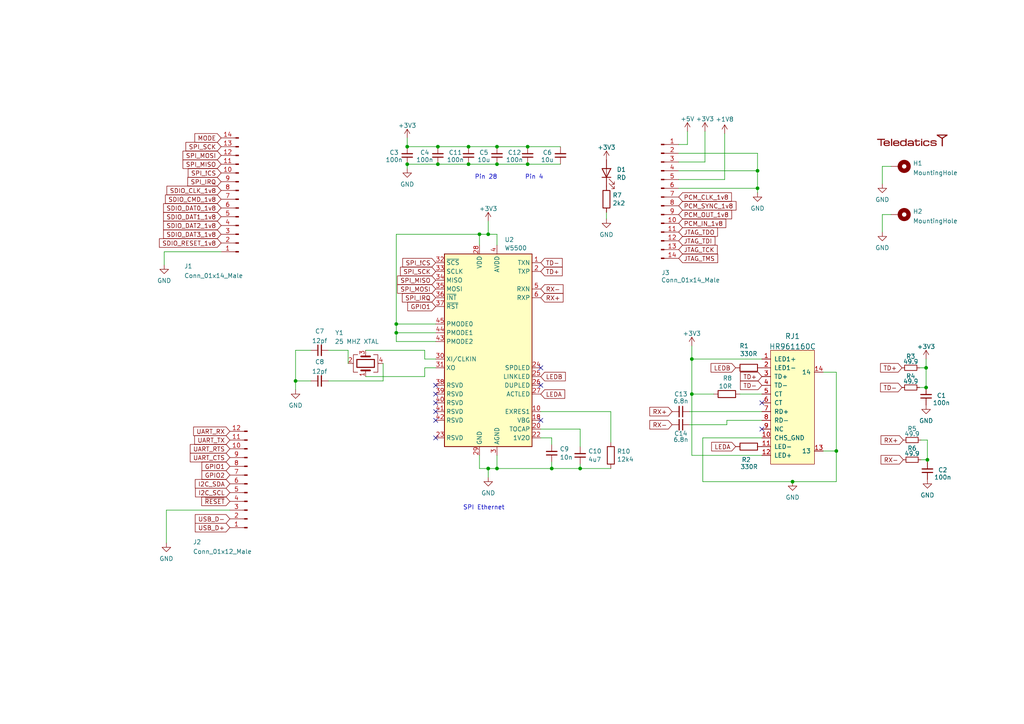
<source format=kicad_sch>
(kicad_sch (version 20231120) (generator "eeschema") (generator_version "8.0")
  (paper "A4")
  (title_block (title "TD-WRLS Ethernet hAT") (date "2024-09-02") (rev "1.0") (company "Teledatics Inc") (comment 1 "James Ewing"))
  (lib_symbols
    (symbol "Conn_01x14_Male_1" (pin_names (offset 1.016) hide)
      (property "Reference" "J" (at 0 17.78 0))
      (property "Value" "Conn_01x14_Male_1" (at 0 -20.32 0))
      (symbol "Conn_01x14_Male_1_1_1"
        (pin passive line (at 5.08 15.24 180) (length 3.81) (name "Pin_1") (number "1"))
        (pin passive line (at 5.08 -7.62 180) (length 3.81) (name "Pin_10") (number "10"))
        (pin passive line (at 5.08 -10.16 180) (length 3.81) (name "Pin_11") (number "11"))
        (pin passive line (at 5.08 -12.7 180) (length 3.81) (name "Pin_12") (number "12"))
        (pin passive line (at 5.08 -15.24 180) (length 3.81) (name "Pin_13") (number "13"))
        (pin passive line (at 5.08 -17.78 180) (length 3.81) (name "Pin_14") (number "14"))
        (pin passive line (at 5.08 12.7 180) (length 3.81) (name "Pin_2") (number "2"))
        (pin passive line (at 5.08 10.16 180) (length 3.81) (name "Pin_3") (number "3"))
        (pin passive line (at 5.08 7.62 180) (length 3.81) (name "Pin_4") (number "4"))
        (pin passive line (at 5.08 5.08 180) (length 3.81) (name "Pin_5") (number "5"))
        (pin passive line (at 5.08 2.54 180) (length 3.81) (name "Pin_6") (number "6"))
        (pin passive line (at 5.08 0 180) (length 3.81) (name "Pin_7") (number "7"))
        (pin passive line (at 5.08 -2.54 180) (length 3.81) (name "Pin_8") (number "8"))
        (pin passive line (at 5.08 -5.08 180) (length 3.81) (name "Pin_9") (number "9"))
      )
    )
    (symbol "Connector:Conn_01x12_Male" (pin_names (offset 1.016) hide)
      (property "Reference" "J" (at 0 15.24 0))
      (property "Value" "Conn_01x12_Male" (at 0 -17.78 0))
      (symbol "Conn_01x12_Male_1_1"
        (pin passive line (at 5.08 12.7 180) (length 3.81) (name "Pin_1") (number "1"))
        (pin passive line (at 5.08 -10.16 180) (length 3.81) (name "Pin_10") (number "10"))
        (pin passive line (at 5.08 -12.7 180) (length 3.81) (name "Pin_11") (number "11"))
        (pin passive line (at 5.08 -15.24 180) (length 3.81) (name "Pin_12") (number "12"))
        (pin passive line (at 5.08 10.16 180) (length 3.81) (name "Pin_2") (number "2"))
        (pin passive line (at 5.08 7.62 180) (length 3.81) (name "Pin_3") (number "3"))
        (pin passive line (at 5.08 5.08 180) (length 3.81) (name "Pin_4") (number "4"))
        (pin passive line (at 5.08 2.54 180) (length 3.81) (name "Pin_5") (number "5"))
        (pin passive line (at 5.08 0 180) (length 3.81) (name "Pin_6") (number "6"))
        (pin passive line (at 5.08 -2.54 180) (length 3.81) (name "Pin_7") (number "7"))
        (pin passive line (at 5.08 -5.08 180) (length 3.81) (name "Pin_8") (number "8"))
        (pin passive line (at 5.08 -7.62 180) (length 3.81) (name "Pin_9") (number "9"))
      )
    )
    (symbol "Connector:Conn_01x14_Male" (pin_names (offset 1.016) hide)
      (property "Reference" "J" (at 0 17.78 0))
      (property "Value" "Conn_01x14_Male" (at 0 -20.32 0))
      (symbol "Conn_01x14_Male_1_1"
        (pin passive line (at 5.08 15.24 180) (length 3.81) (name "Pin_1") (number "1"))
        (pin passive line (at 5.08 -7.62 180) (length 3.81) (name "Pin_10") (number "10"))
        (pin passive line (at 5.08 -10.16 180) (length 3.81) (name "Pin_11") (number "11"))
        (pin passive line (at 5.08 -12.7 180) (length 3.81) (name "Pin_12") (number "12"))
        (pin passive line (at 5.08 -15.24 180) (length 3.81) (name "Pin_13") (number "13"))
        (pin passive line (at 5.08 -17.78 180) (length 3.81) (name "Pin_14") (number "14"))
        (pin passive line (at 5.08 12.7 180) (length 3.81) (name "Pin_2") (number "2"))
        (pin passive line (at 5.08 10.16 180) (length 3.81) (name "Pin_3") (number "3"))
        (pin passive line (at 5.08 7.62 180) (length 3.81) (name "Pin_4") (number "4"))
        (pin passive line (at 5.08 5.08 180) (length 3.81) (name "Pin_5") (number "5"))
        (pin passive line (at 5.08 2.54 180) (length 3.81) (name "Pin_6") (number "6"))
        (pin passive line (at 5.08 0 180) (length 3.81) (name "Pin_7") (number "7"))
        (pin passive line (at 5.08 -2.54 180) (length 3.81) (name "Pin_8") (number "8"))
        (pin passive line (at 5.08 -5.08 180) (length 3.81) (name "Pin_9") (number "9"))
      )
    )
    (symbol "Device:C_Small" (pin_numbers hide) (pin_names (offset 0.254) hide)
      (property "Reference" "C" (at 0.254 1.778 0))
      (property "Value" "C_Small" (at 0.254 -2.032 0))
      (symbol "C_Small_1_1"
        (pin passive line (at 0 2.54 270) (length 2.032) (name "~") (number "1"))
        (pin passive line (at 0 -2.54 90) (length 2.032) (name "~") (number "2"))
      )
    )
    (symbol "Device:Crystal_GND24" (pin_names (offset 1.016) hide)
      (property "Reference" "Y" (at 3.175 5.08 0))
      (property "Value" "Crystal_GND24" (at 3.175 3.175 0))
      (symbol "Crystal_GND24_1_1"
        (pin passive line (at -3.81 0 0) (length 1.27) (name "1") (number "1"))
        (pin passive line (at 0 5.08 270) (length 1.27) (name "2") (number "2"))
        (pin passive line (at 3.81 0 180) (length 1.27) (name "3") (number "3"))
        (pin passive line (at 0 -5.08 90) (length 1.27) (name "4") (number "4"))
      )
    )
    (symbol "Device:LED" (pin_numbers hide) (pin_names (offset 1.016) hide)
      (property "Reference" "D" (at 0 2.54 0))
      (property "Value" "LED" (at 0 -2.54 0))
      (symbol "LED_1_1"
        (pin passive line (at -3.81 0 0) (length 2.54) (name "K") (number "1"))
        (pin passive line (at 3.81 0 180) (length 2.54) (name "A") (number "2"))
      )
    )
    (symbol "Device:R" (pin_numbers hide) (pin_names (offset 0))
      (property "Reference" "R" (at 2.032 0 90))
      (property "Value" "R" (at 0 0 90))
      (symbol "R_1_1"
        (pin passive line (at 0 3.81 270) (length 1.27) (name "~") (number "1"))
        (pin passive line (at 0 -3.81 90) (length 1.27) (name "~") (number "2"))
      )
    )
    (symbol "Device:R_Small" (pin_numbers hide) (pin_names (offset 0.254) hide)
      (property "Reference" "R" (at 0.762 0.508 0))
      (property "Value" "R_Small" (at 0.762 -1.016 0))
      (symbol "R_Small_1_1"
        (pin passive line (at 0 2.54 270) (length 0.762) (name "~") (number "1"))
        (pin passive line (at 0 -2.54 90) (length 0.762) (name "~") (number "2"))
      )
    )
    (symbol "Interface_Ethernet:W5500"
      (property "Reference" "U" (at -11.43 29.21 0))
      (property "Value" "W5500" (at 8.89 29.21 0))
      (symbol "W5500_1_1"
        (pin output line (at 15.24 25.4 180) (length 2.54) (name "TXN") (number "1"))
        (pin passive line (at 15.24 -17.78 180) (length 2.54) (name "EXRES1") (number "10"))
        (pin passive line (at 2.54 30.48 270) (length 2.54) hide (name "AVDD") (number "11"))
        (pin no_connect line (at 12.7 7.62 180) (length 2.54) hide (name "NC") (number "12"))
        (pin no_connect line (at 12.7 5.08 180) (length 2.54) hide (name "NC") (number "13"))
        (pin passive line (at 2.54 -30.48 90) (length 2.54) hide (name "AGND") (number "14"))
        (pin passive line (at 2.54 30.48 270) (length 2.54) hide (name "AVDD") (number "15"))
        (pin passive line (at 2.54 -30.48 90) (length 2.54) hide (name "AGND") (number "16"))
        (pin passive line (at 2.54 30.48 270) (length 2.54) hide (name "AVDD") (number "17"))
        (pin passive line (at 15.24 -20.32 180) (length 2.54) (name "VBG") (number "18"))
        (pin passive line (at 2.54 -30.48 90) (length 2.54) hide (name "AGND") (number "19"))
        (pin output line (at 15.24 22.86 180) (length 2.54) (name "TXP") (number "2"))
        (pin passive line (at 15.24 -22.86 180) (length 2.54) (name "TOCAP") (number "20"))
        (pin passive line (at 2.54 30.48 270) (length 2.54) hide (name "AVDD") (number "21"))
        (pin output line (at 15.24 -25.4 180) (length 2.54) (name "1V2O") (number "22"))
        (pin input line (at -15.24 -25.4 0) (length 2.54) (name "RSVD") (number "23"))
        (pin output line (at 15.24 -5.08 180) (length 2.54) (name "SPDLED") (number "24"))
        (pin output line (at 15.24 -7.62 180) (length 2.54) (name "LINKLED") (number "25"))
        (pin output line (at 15.24 -10.16 180) (length 2.54) (name "DUPLED") (number "26"))
        (pin output line (at 15.24 -12.7 180) (length 2.54) (name "ACTLED") (number "27"))
        (pin power_in line (at -2.54 30.48 270) (length 2.54) (name "VDD") (number "28"))
        (pin power_in line (at -2.54 -30.48 90) (length 2.54) (name "GND") (number "29"))
        (pin power_in line (at 2.54 -30.48 90) (length 2.54) (name "AGND") (number "3"))
        (pin input line (at -15.24 -2.54 0) (length 2.54) (name "XI/CLKIN") (number "30"))
        (pin output line (at -15.24 -5.08 0) (length 2.54) (name "XO") (number "31"))
        (pin input line (at -15.24 25.4 0) (length 2.54) (name "~{SCS}") (number "32"))
        (pin input line (at -15.24 22.86 0) (length 2.54) (name "SCLK") (number "33"))
        (pin output line (at -15.24 20.32 0) (length 2.54) (name "MISO") (number "34"))
        (pin input line (at -15.24 17.78 0) (length 2.54) (name "MOSI") (number "35"))
        (pin input line (at -15.24 15.24 0) (length 2.54) (name "~{INT}") (number "36"))
        (pin input line (at -15.24 12.7 0) (length 2.54) (name "~{RST}") (number "37"))
        (pin input line (at -15.24 -10.16 0) (length 2.54) (name "RSVD") (number "38"))
        (pin input line (at -15.24 -12.7 0) (length 2.54) (name "RSVD") (number "39"))
        (pin power_in line (at 2.54 30.48 270) (length 2.54) (name "AVDD") (number "4"))
        (pin input line (at -15.24 -15.24 0) (length 2.54) (name "RSVD") (number "40"))
        (pin input line (at -15.24 -17.78 0) (length 2.54) (name "RSVD") (number "41"))
        (pin input line (at -15.24 -20.32 0) (length 2.54) (name "RSVD") (number "42"))
        (pin input line (at -15.24 2.54 0) (length 2.54) (name "PMODE2") (number "43"))
        (pin input line (at -15.24 5.08 0) (length 2.54) (name "PMODE1") (number "44"))
        (pin input line (at -15.24 7.62 0) (length 2.54) (name "PMODE0") (number "45"))
        (pin no_connect line (at 12.7 2.54 180) (length 2.54) hide (name "NC") (number "46"))
        (pin no_connect line (at 12.7 0 180) (length 2.54) hide (name "NC") (number "47"))
        (pin passive line (at 2.54 -30.48 90) (length 2.54) hide (name "AGND") (number "48"))
        (pin input line (at 15.24 17.78 180) (length 2.54) (name "RXN") (number "5"))
        (pin input line (at 15.24 15.24 180) (length 2.54) (name "RXP") (number "6"))
        (pin no_connect line (at 12.7 10.16 180) (length 2.54) hide (name "DNC") (number "7"))
        (pin passive line (at 2.54 30.48 270) (length 2.54) hide (name "AVDD") (number "8"))
        (pin passive line (at 2.54 -30.48 90) (length 2.54) hide (name "AGND") (number "9"))
      )
    )
    (symbol "Mechanical:MountingHole_Pad" (pin_numbers hide) (pin_names (offset 1.016) hide)
      (property "Reference" "H" (at 0 6.35 0))
      (property "Value" "MountingHole_Pad" (at 0 4.445 0))
      (symbol "MountingHole_Pad_1_1"
        (pin input line (at 0 -2.54 90) (length 2.54) (name "1") (number "1"))
      )
    )
    (symbol "easyeda2kicad:HR961160C" (pin_names (offset 1.016))
      (property "Reference" "RJ?" (at 0 19.05 0))
      (property "Value" "HR961160C" (at 0 -19.05 0))
      (symbol "HR961160C_1_1"
        (pin unspecified line (at -6.35 13.97 0) (length 2.54) (name "LED1+") (number "1"))
        (pin unspecified line (at -6.35 -8.89 0) (length 2.54) (name "CHS_GND") (number "10"))
        (pin unspecified line (at -6.35 -11.43 0) (length 2.54) (name "LED-") (number "11"))
        (pin unspecified line (at -6.35 -13.97 0) (length 2.54) (name "LED+") (number "12"))
        (pin unspecified line (at 11.43 -12.7 180) (length 2.54) (name "13") (number "13"))
        (pin unspecified line (at 11.43 10.16 180) (length 2.54) (name "14") (number "14"))
        (pin unspecified line (at -6.35 11.43 0) (length 2.54) (name "LED1-") (number "2"))
        (pin unspecified line (at -6.35 8.89 0) (length 2.54) (name "TD+") (number "3"))
        (pin unspecified line (at -6.35 6.35 0) (length 2.54) (name "TD-") (number "4"))
        (pin unspecified line (at -6.35 3.81 0) (length 2.54) (name "CT") (number "5"))
        (pin unspecified line (at -6.35 1.27 0) (length 2.54) (name "CT") (number "6"))
        (pin unspecified line (at -6.35 -1.27 0) (length 2.54) (name "RD+") (number "7"))
        (pin unspecified line (at -6.35 -3.81 0) (length 2.54) (name "RD-") (number "8"))
        (pin unspecified line (at -6.35 -6.35 0) (length 2.54) (name "NC") (number "9"))
      )
    )
    (symbol "power:+1V8" (power) (pin_numbers hide) (pin_names (offset 0) hide)
      (property "Value" "+1V8" (at 0 3.556 0))
      (symbol "+1V8_1_1"
        (pin power_in line (at 0 0 90) (length 0) (name "~") (number "1"))
      )
    )
    (symbol "power:+3V3" (power) (pin_names (offset 0))
      (property "Value" "+3V3" (at 0 3.556 0))
      (symbol "+3V3_1_1"
        (pin power_in line (at 0 0 90) (length 0) hide (name "+3V3") (number "1"))
      )
    )
    (symbol "power:+5V" (power) (pin_names (offset 0))
      (property "Value" "+5V" (at 0 3.556 0))
      (symbol "+5V_1_1"
        (pin power_in line (at 0 0 90) (length 0) hide (name "+5V") (number "1"))
      )
    )
    (symbol "power:GND" (power) (pin_names (offset 0))
      (property "Value" "GND" (at 0 -3.81 0))
      (symbol "GND_1_1"
        (pin power_in line (at 0 0 270) (length 0) hide (name "GND") (number "1"))
      )
    )
    (symbol "teledatics:teledatics_logo" (pin_names (offset 1.016)))
  )
  (junction (at 200.66 104.14))
  (junction (at 268.986 133.35))
  (junction (at 153.035 47.625))
  (junction (at 135.89 47.625))
  (junction (at 118.11 42.545))
  (junction (at 127 47.625))
  (junction (at 114.935 93.98))
  (junction (at 127 42.545))
  (junction (at 135.89 42.545))
  (junction (at 268.605 112.395))
  (junction (at 141.605 135.89))
  (junction (at 141.605 67.945))
  (junction (at 229.87 139.7))
  (junction (at 168.275 135.89))
  (junction (at 114.935 96.52))
  (junction (at 118.11 47.625))
  (junction (at 144.145 42.545))
  (junction (at 139.065 67.945))
  (junction (at 219.71 49.53))
  (junction (at 144.145 47.625))
  (junction (at 200.66 114.3))
  (junction (at 219.71 54.61))
  (junction (at 268.605 106.68))
  (junction (at 153.035 42.545))
  (junction (at 160.02 135.89))
  (junction (at 144.145 135.89))
  (junction (at 242.57 130.81))
  (junction (at 85.725 110.49))
  (no_connect (at 126.365 116.84))
  (no_connect (at 126.365 114.3))
  (no_connect (at 156.845 111.76))
  (no_connect (at 220.98 124.46))
  (no_connect (at 126.365 121.92))
  (no_connect (at 126.365 119.38))
  (no_connect (at 220.98 116.84))
  (no_connect (at 126.365 111.76))
  (no_connect (at 126.365 127))
  (no_connect (at 156.845 121.92))
  (no_connect (at 156.845 106.68))
  (wire (pts (xy 196.85 49.53) (xy 219.71 49.53)))
  (wire (pts (xy 200.025 123.19) (xy 210.82 123.19)))
  (wire (pts (xy 177.165 119.38) (xy 156.845 119.38)))
  (wire (pts (xy 255.905 53.34) (xy 255.905 48.26)))
  (wire (pts (xy 177.165 128.27) (xy 177.165 119.38)))
  (wire (pts (xy 242.57 130.81) (xy 242.57 139.7)))
  (wire (pts (xy 229.87 139.7) (xy 242.57 139.7)))
  (wire (pts (xy 123.19 104.14) (xy 126.365 104.14)))
  (wire (pts (xy 118.11 40.005) (xy 118.11 42.545)))
  (wire (pts (xy 90.17 101.6) (xy 85.725 101.6)))
  (wire (pts (xy 210.82 123.19) (xy 210.82 121.92)))
  (wire (pts (xy 200.66 100.33) (xy 200.66 104.14)))
  (wire (pts (xy 156.845 124.46) (xy 168.275 124.46)))
  (wire (pts (xy 255.905 67.31) (xy 255.905 62.23)))
  (wire (pts (xy 267.081 133.35) (xy 268.986 133.35)))
  (wire (pts (xy 196.85 41.91) (xy 199.39 41.91)))
  (wire (pts (xy 135.89 47.625) (xy 144.145 47.625)))
  (wire (pts (xy 210.82 121.92) (xy 220.98 121.92)))
  (wire (pts (xy 114.935 67.945) (xy 139.065 67.945)))
  (wire (pts (xy 48.26 147.955) (xy 48.26 157.48)))
  (wire (pts (xy 114.935 93.98) (xy 114.935 67.945)))
  (wire (pts (xy 100.965 101.6) (xy 95.25 101.6)))
  (wire (pts (xy 123.19 106.68) (xy 123.19 109.22)))
  (wire (pts (xy 144.145 67.945) (xy 141.605 67.945)))
  (wire (pts (xy 111.125 110.49) (xy 95.25 110.49)))
  (wire (pts (xy 200.66 104.14) (xy 200.66 114.3)))
  (wire (pts (xy 64.135 73.025) (xy 47.625 73.025)))
  (wire (pts (xy 144.145 47.625) (xy 153.035 47.625)))
  (wire (pts (xy 153.035 47.625) (xy 162.56 47.625)))
  (wire (pts (xy 144.145 71.12) (xy 144.145 67.945)))
  (wire (pts (xy 153.035 42.545) (xy 162.56 42.545)))
  (wire (pts (xy 219.71 49.53) (xy 219.71 54.61)))
  (wire (pts (xy 141.605 64.135) (xy 141.605 67.945)))
  (wire (pts (xy 255.905 48.26) (xy 258.445 48.26)))
  (wire (pts (xy 200.66 114.3) (xy 200.66 132.08)))
  (wire (pts (xy 214.63 114.3) (xy 220.98 114.3)))
  (wire (pts (xy 114.935 99.06) (xy 114.935 96.52)))
  (wire (pts (xy 238.76 130.81) (xy 242.57 130.81)))
  (wire (pts (xy 111.125 105.41) (xy 111.125 110.49)))
  (wire (pts (xy 160.02 127) (xy 160.02 128.905)))
  (wire (pts (xy 266.7 106.68) (xy 268.605 106.68)))
  (wire (pts (xy 141.605 135.89) (xy 144.145 135.89)))
  (wire (pts (xy 175.895 61.595) (xy 175.895 63.5)))
  (wire (pts (xy 196.85 52.07) (xy 210.185 52.07)))
  (wire (pts (xy 144.145 42.545) (xy 153.035 42.545)))
  (wire (pts (xy 200.025 119.38) (xy 220.98 119.38)))
  (wire (pts (xy 106.045 101.6) (xy 123.19 101.6)))
  (wire (pts (xy 118.11 42.545) (xy 127 42.545)))
  (wire (pts (xy 66.675 147.955) (xy 48.26 147.955)))
  (wire (pts (xy 160.02 133.985) (xy 160.02 135.89)))
  (wire (pts (xy 200.66 104.14) (xy 220.98 104.14)))
  (wire (pts (xy 268.986 133.35) (xy 268.986 133.985)))
  (wire (pts (xy 126.365 106.68) (xy 123.19 106.68)))
  (wire (pts (xy 139.065 71.12) (xy 139.065 67.945)))
  (wire (pts (xy 238.76 107.95) (xy 242.57 107.95)))
  (wire (pts (xy 114.935 99.06) (xy 126.365 99.06)))
  (wire (pts (xy 268.605 104.14) (xy 268.605 106.68)))
  (wire (pts (xy 168.275 134.62) (xy 168.275 135.89)))
  (wire (pts (xy 196.85 54.61) (xy 219.71 54.61)))
  (wire (pts (xy 139.065 132.08) (xy 139.065 135.89)))
  (wire (pts (xy 268.986 127.635) (xy 268.986 133.35)))
  (wire (pts (xy 141.605 135.89) (xy 141.605 138.43)))
  (wire (pts (xy 220.98 127) (xy 203.835 127)))
  (wire (pts (xy 168.275 135.89) (xy 177.165 135.89)))
  (wire (pts (xy 168.275 135.89) (xy 160.02 135.89)))
  (wire (pts (xy 114.935 96.52) (xy 126.365 96.52)))
  (wire (pts (xy 160.02 135.89) (xy 144.145 135.89)))
  (wire (pts (xy 118.11 47.625) (xy 118.11 48.895)))
  (wire (pts (xy 196.85 46.99) (xy 204.47 46.99)))
  (wire (pts (xy 123.19 101.6) (xy 123.19 104.14)))
  (wire (pts (xy 85.725 110.49) (xy 90.17 110.49)))
  (wire (pts (xy 204.47 38.1) (xy 204.47 46.99)))
  (wire (pts (xy 135.89 42.545) (xy 144.145 42.545)))
  (wire (pts (xy 199.39 38.1) (xy 199.39 41.91)))
  (wire (pts (xy 267.081 127.635) (xy 268.986 127.635)))
  (wire (pts (xy 219.71 44.45) (xy 219.71 49.53)))
  (wire (pts (xy 156.845 127) (xy 160.02 127)))
  (wire (pts (xy 210.185 52.07) (xy 210.185 38.735)))
  (wire (pts (xy 255.905 62.23) (xy 258.445 62.23)))
  (wire (pts (xy 114.935 96.52) (xy 114.935 93.98)))
  (wire (pts (xy 203.835 139.7) (xy 229.87 139.7)))
  (wire (pts (xy 118.11 47.625) (xy 127 47.625)))
  (wire (pts (xy 203.835 127) (xy 203.835 139.7)))
  (wire (pts (xy 127 47.625) (xy 135.89 47.625)))
  (wire (pts (xy 85.725 110.49) (xy 85.725 113.03)))
  (wire (pts (xy 47.625 73.025) (xy 47.625 76.835)))
  (wire (pts (xy 168.275 124.46) (xy 168.275 129.54)))
  (wire (pts (xy 85.725 101.6) (xy 85.725 110.49)))
  (wire (pts (xy 141.605 67.945) (xy 139.065 67.945)))
  (wire (pts (xy 196.85 44.45) (xy 219.71 44.45)))
  (wire (pts (xy 266.7 112.395) (xy 268.605 112.395)))
  (wire (pts (xy 123.19 109.22) (xy 106.045 109.22)))
  (wire (pts (xy 268.605 106.68) (xy 268.605 112.395)))
  (wire (pts (xy 139.065 135.89) (xy 141.605 135.89)))
  (wire (pts (xy 144.145 132.08) (xy 144.145 135.89)))
  (wire (pts (xy 127 42.545) (xy 135.89 42.545)))
  (wire (pts (xy 219.71 54.61) (xy 219.71 55.88)))
  (wire (pts (xy 100.965 105.41) (xy 100.965 101.6)))
  (wire (pts (xy 200.66 132.08) (xy 220.98 132.08)))
  (wire (pts (xy 242.57 107.95) (xy 242.57 130.81)))
  (wire (pts (xy 114.935 93.98) (xy 126.365 93.98)))
  (wire (pts (xy 200.66 114.3) (xy 207.01 114.3)))
  (text "Pin 4" (at 154.94 51.435 0) (effects (font (size 1.27 1.27))))
  (text "Pin 28" (at 140.97 51.435 0) (effects (font (size 1.27 1.27))))
  (text "SPI Ethernet" (at 140.335 147.32 0) (effects (font (size 1.27 1.27))))
  (global_label "RX-" (shape input) (at 262.001 133.35 180) (property "Intersheetrefs" "${INTERSHEET_REFS}" (effects (hide yes))))
  (global_label "GPIO1" (shape input) (at 66.675 135.255 180) (property "Intersheetrefs" "${INTERSHEET_REFS}" (effects (hide yes))))
  (global_label "SPI_IRQ" (shape input) (at 64.135 52.705 180) (property "Intersheetrefs" "${INTERSHEET_REFS}" (effects (hide yes))))
  (global_label "SPI_MISO" (shape input) (at 126.365 81.28 180) (property "Intersheetrefs" "${INTERSHEET_REFS}" (effects (hide yes))))
  (global_label "SPI_MOSI" (shape input) (at 126.365 83.82 180) (property "Intersheetrefs" "${INTERSHEET_REFS}" (effects (hide yes))))
  (global_label "PCM_IN_1v8" (shape input) (at 196.85 64.77 0) (property "Intersheetrefs" "${INTERSHEET_REFS}" (effects (hide yes))))
  (global_label "UART_CTS" (shape input) (at 66.675 132.715 180) (property "Intersheetrefs" "${INTERSHEET_REFS}" (effects (hide yes))))
  (global_label "LEDA" (shape input) (at 213.36 129.54 180) (property "Intersheetrefs" "${INTERSHEET_REFS}" (effects (hide yes))))
  (global_label "RX+" (shape input) (at 262.001 127.635 180) (property "Intersheetrefs" "${INTERSHEET_REFS}" (effects (hide yes))))
  (global_label "TD-" (shape input) (at 156.845 76.2 0) (property "Intersheetrefs" "${INTERSHEET_REFS}" (effects (hide yes))))
  (global_label "SDIO_CLK_1v8" (shape input) (at 64.135 55.245 180) (property "Intersheetrefs" "${INTERSHEET_REFS}" (effects (hide yes))))
  (global_label "SDIO_DAT2_1v8" (shape input) (at 64.135 65.405 180) (property "Intersheetrefs" "${INTERSHEET_REFS}" (effects (hide yes))))
  (global_label "TD-" (shape input) (at 261.62 112.395 180) (property "Intersheetrefs" "${INTERSHEET_REFS}" (effects (hide yes))))
  (global_label "MODE" (shape input) (at 64.135 40.005 180) (property "Intersheetrefs" "${INTERSHEET_REFS}" (effects (hide yes))))
  (global_label "PCM_CLK_1v8" (shape input) (at 196.85 57.15 0) (property "Intersheetrefs" "${INTERSHEET_REFS}" (effects (hide yes))))
  (global_label "GPIO2" (shape input) (at 66.675 137.795 180) (property "Intersheetrefs" "${INTERSHEET_REFS}" (effects (hide yes))))
  (global_label "SDIO_CMD_1v8" (shape input) (at 64.135 57.785 180) (property "Intersheetrefs" "${INTERSHEET_REFS}" (effects (hide yes))))
  (global_label "LEDB" (shape input) (at 213.36 106.68 180) (property "Intersheetrefs" "${INTERSHEET_REFS}" (effects (hide yes))))
  (global_label "SPI_!CS" (shape input) (at 64.135 50.165 180) (property "Intersheetrefs" "${INTERSHEET_REFS}" (effects (hide yes))))
  (global_label "USB_D+" (shape input) (at 66.675 153.035 180) (property "Intersheetrefs" "${INTERSHEET_REFS}" (effects (hide yes))))
  (global_label "JTAG_TDO" (shape input) (at 196.85 67.31 0) (property "Intersheetrefs" "${INTERSHEET_REFS}" (effects (hide yes))))
  (global_label "SPI_SCK" (shape input) (at 64.135 42.545 180) (property "Intersheetrefs" "${INTERSHEET_REFS}" (effects (hide yes))))
  (global_label "RX-" (shape input) (at 156.845 83.82 0) (property "Intersheetrefs" "${INTERSHEET_REFS}" (effects (hide yes))))
  (global_label "RX+" (shape input) (at 156.845 86.36 0) (property "Intersheetrefs" "${INTERSHEET_REFS}" (effects (hide yes))))
  (global_label "PCM_OUT_1v8" (shape input) (at 196.85 62.23 0) (property "Intersheetrefs" "${INTERSHEET_REFS}" (effects (hide yes))))
  (global_label "SDIO_DAT3_1v8" (shape input) (at 64.135 67.945 180) (property "Intersheetrefs" "${INTERSHEET_REFS}" (effects (hide yes))))
  (global_label "USB_D-" (shape input) (at 66.675 150.495 180) (property "Intersheetrefs" "${INTERSHEET_REFS}" (effects (hide yes))))
  (global_label "RX+" (shape input) (at 194.945 119.38 180) (property "Intersheetrefs" "${INTERSHEET_REFS}" (effects (hide yes))))
  (global_label "JTAG_TMS" (shape input) (at 196.85 74.93 0) (property "Intersheetrefs" "${INTERSHEET_REFS}" (effects (hide yes))))
  (global_label "JTAG_TCK" (shape input) (at 196.85 72.39 0) (property "Intersheetrefs" "${INTERSHEET_REFS}" (effects (hide yes))))
  (global_label "~{RESET}" (shape input) (at 66.675 145.415 180) (property "Intersheetrefs" "${INTERSHEET_REFS}" (effects (hide yes))))
  (global_label "JTAG_TDI" (shape input) (at 196.85 69.85 0) (property "Intersheetrefs" "${INTERSHEET_REFS}" (effects (hide yes))))
  (global_label "SDIO_RESET_1v8" (shape input) (at 64.135 70.485 180) (property "Intersheetrefs" "${INTERSHEET_REFS}" (effects (hide yes))))
  (global_label "UART_RX" (shape input) (at 66.675 125.095 180) (property "Intersheetrefs" "${INTERSHEET_REFS}" (effects (hide yes))))
  (global_label "SPI_SCK" (shape input) (at 126.365 78.74 180) (property "Intersheetrefs" "${INTERSHEET_REFS}" (effects (hide yes))))
  (global_label "TD+" (shape input) (at 156.845 78.74 0) (property "Intersheetrefs" "${INTERSHEET_REFS}" (effects (hide yes))))
  (global_label "TD+" (shape input) (at 261.62 106.68 180) (property "Intersheetrefs" "${INTERSHEET_REFS}" (effects (hide yes))))
  (global_label "RX-" (shape input) (at 194.945 123.19 180) (property "Intersheetrefs" "${INTERSHEET_REFS}" (effects (hide yes))))
  (global_label "SPI_MISO" (shape input) (at 64.135 47.625 180) (property "Intersheetrefs" "${INTERSHEET_REFS}" (effects (hide yes))))
  (global_label "I2C_SDA" (shape input) (at 66.675 140.335 180) (property "Intersheetrefs" "${INTERSHEET_REFS}" (effects (hide yes))))
  (global_label "SDIO_DAT0_1v8" (shape input) (at 64.135 60.325 180) (property "Intersheetrefs" "${INTERSHEET_REFS}" (effects (hide yes))))
  (global_label "TD-" (shape input) (at 220.98 111.76 180) (property "Intersheetrefs" "${INTERSHEET_REFS}" (effects (hide yes))))
  (global_label "I2C_SCL" (shape input) (at 66.675 142.875 180) (property "Intersheetrefs" "${INTERSHEET_REFS}" (effects (hide yes))))
  (global_label "LEDA" (shape input) (at 156.845 114.3 0) (property "Intersheetrefs" "${INTERSHEET_REFS}" (effects (hide yes))))
  (global_label "LEDB" (shape input) (at 156.845 109.22 0) (property "Intersheetrefs" "${INTERSHEET_REFS}" (effects (hide yes))))
  (global_label "TD+" (shape input) (at 220.98 109.22 180) (property "Intersheetrefs" "${INTERSHEET_REFS}" (effects (hide yes))))
  (global_label "SPI_IRQ" (shape input) (at 126.365 86.36 180) (property "Intersheetrefs" "${INTERSHEET_REFS}" (effects (hide yes))))
  (global_label "GPIO1" (shape input) (at 126.365 88.9 180) (property "Intersheetrefs" "${INTERSHEET_REFS}" (effects (hide yes))))
  (global_label "PCM_SYNC_1v8" (shape input) (at 196.85 59.69 0) (property "Intersheetrefs" "${INTERSHEET_REFS}" (effects (hide yes))))
  (global_label "SDIO_DAT1_1v8" (shape input) (at 64.135 62.865 180) (property "Intersheetrefs" "${INTERSHEET_REFS}" (effects (hide yes))))
  (global_label "UART_RTS" (shape input) (at 66.675 130.175 180) (property "Intersheetrefs" "${INTERSHEET_REFS}" (effects (hide yes))))
  (global_label "SPI_MOSI" (shape input) (at 64.135 45.085 180) (property "Intersheetrefs" "${INTERSHEET_REFS}" (effects (hide yes))))
  (global_label "SPI_!CS" (shape input) (at 126.365 76.2 180) (property "Intersheetrefs" "${INTERSHEET_REFS}" (effects (hide yes))))
  (global_label "UART_TX" (shape input) (at 66.675 127.635 180) (property "Intersheetrefs" "${INTERSHEET_REFS}" (effects (hide yes))))
  (symbol (lib_id "Device:LED") (at 175.895 50.165 90) (unit 1)
    (property "Reference" "D1" (at 178.8668 49.1744 90) (effects (justify right)))
    (property "Value" "RD" (at 178.8668 51.4858 90) (effects (justify right)))
    (property "Footprint" "LED_SMD:LED_0603_1608Metric" (effects (hide yes)))
  )
  (symbol (lib_id "Device:C_Small") (at 197.485 123.19 270) (unit 1)
    (property "Reference" "C14" (at 197.485 125.73 90))
    (property "Value" "6.8n" (at 197.485 127.508 90))
    (property "Footprint" "Capacitor_SMD:C_0402_1005Metric" (effects (hide yes)))
  )
  (symbol (lib_id "Device:C_Small") (at 268.986 136.525 180) (unit 1)
    (property "Reference" "C2" (at 273.4373 136.3115 0))
    (property "Value" "100n" (at 273.431 138.43 0))
    (property "Footprint" "Capacitor_SMD:C_0402_1005Metric" (effects (hide yes)))
  )
  (symbol (lib_id "easyeda2kicad:HR961160C") (at 227.33 118.11 0) (unit 1)
    (property "Reference" "RJ1" (at 229.87 97.5159 0) (effects (font (size 1.524 1.524))))
    (property "Value" "HR961160C" (at 229.87 100.5093 0) (effects (font (size 1.524 1.524))))
    (property "Footprint" "easyeda2kicad:RJ45-SMD_HR961160C" (effects (hide yes)))
    (property "Datasheet" "https://lcsc.com/product-detail/RJ45_100M-1-1-SMD-With-lights_C55683.html" (effects (hide yes)))
    (property "Manufacturer" "HANRUN" (effects (hide yes)))
    (property "LCSC Part" "C55683" (effects (hide yes)))
    (property "JLC Part" "Extended Part" (effects (hide yes)))
  )
  (symbol (lib_id "Device:R") (at 175.895 57.785 0) (unit 1)
    (property "Reference" "R7" (at 177.673 56.6166 0) (effects (justify left)))
    (property "Value" "2k2" (at 177.673 58.928 0) (effects (justify left)))
    (property "Footprint" "Resistor_SMD:R_0402_1005Metric" (effects (hide yes)))
  )
  (symbol (lib_id "Device:R") (at 217.17 106.68 90) (unit 1)
    (property "Reference" "R1" (at 217.17 100.33 90) (effects (justify left)))
    (property "Value" "330R" (at 219.71 102.616 90) (effects (justify left)))
    (property "Footprint" "Resistor_SMD:R_0402_1005Metric" (effects (hide yes)))
  )
  (symbol (lib_id "power:GND") (at 219.71 55.88 0) (unit 1)
    (property "Reference" "#PWR03" (effects (hide yes)))
    (property "Value" "GND" (at 219.71 60.4424 0))
  )
  (symbol (lib_id "power:GND") (at 268.986 139.065 0) (unit 1)
    (property "Reference" "#PWR08" (effects (hide yes)))
    (property "Value" "GND" (at 268.986 143.6274 0))
  )
  (symbol (lib_id "power:+3V3") (at 141.605 64.135 0) (unit 1)
    (property "Reference" "#PWR010" (effects (hide yes)))
    (property "Value" "+3V3" (at 141.605 60.5305 0))
  )
  (symbol (lib_id "power:GND") (at 255.905 53.34 0) (unit 1)
    (property "Reference" "#PWR0102" (effects (hide yes)))
    (property "Value" "GND" (at 255.905 57.9024 0))
  )
  (symbol (lib_id "power:GND") (at 268.605 117.475 0) (unit 1)
    (property "Reference" "#PWR07" (effects (hide yes)))
    (property "Value" "GND" (at 268.605 122.0374 0))
  )
  (symbol (lib_id "power:GND") (at 118.11 48.895 0) (unit 1)
    (property "Reference" "#PWR011" (effects (hide yes)))
    (property "Value" "GND" (at 118.11 53.4574 0))
  )
  (symbol (lib_id "Device:C_Small") (at 160.02 131.445 180) (unit 1)
    (property "Reference" "C9" (at 162.3441 130.2264 0) (effects (justify right)))
    (property "Value" "10n" (at 162.3441 132.6507 0) (effects (justify right)))
    (property "Footprint" "Capacitor_SMD:C_0402_1005Metric" (effects (hide yes)))
  )
  (symbol (lib_name "Conn_01x14_Male_1") (lib_id "Connector:Conn_01x14_Male") (at 69.215 57.785 180) (unit 1)
    (property "Reference" "J1" (at 53.4162 77.1965 0) (effects (justify right)))
    (property "Value" "Conn_01x14_Male" (at 53.4162 79.9716 0) (effects (justify right)))
    (property "Footprint" "Connector_PinHeader_2.54mm:PinHeader_1x14_P2.54mm_Vertical" (effects (hide yes)))
  )
  (symbol (lib_id "Device:R_Small") (at 264.16 106.68 90) (unit 1)
    (property "Reference" "R3" (at 264.16 103.378 90))
    (property "Value" "49.9" (at 264.16 104.902 90))
    (property "Footprint" "Resistor_SMD:R_0402_1005Metric" (effects (hide yes)))
    (property "Datasheet" "https://datasheet.lcsc.com/lcsc/1810301311_UNI-ROYAL-Uniroyal-Elec-0402WGF499JTCE_C25120.pdf" (effects (hide yes)))
    (property "LCSC part#" "C25120" (effects (hide yes)))
  )
  (symbol (lib_id "power:GND") (at 175.895 63.5 0) (unit 1)
    (property "Reference" "#PWR013" (effects (hide yes)))
    (property "Value" "GND" (at 175.895 68.0624 0))
  )
  (symbol (lib_id "power:GND") (at 255.905 67.31 0) (unit 1)
    (property "Reference" "#PWR0101" (effects (hide yes)))
    (property "Value" "GND" (at 255.905 71.8724 0))
  )
  (symbol (lib_id "power:GND") (at 229.87 139.7 0) (unit 1)
    (property "Reference" "#PWR04" (effects (hide yes)))
    (property "Value" "GND" (at 229.87 144.2624 0))
  )
  (symbol (lib_id "Connector:Conn_01x12_Male") (at 71.755 140.335 180) (unit 1)
    (property "Reference" "J2" (at 55.9562 157.2065 0) (effects (justify right)))
    (property "Value" "Conn_01x12_Male" (at 55.9562 159.9816 0) (effects (justify right)))
    (property "Footprint" "Connector_PinHeader_2.54mm:PinHeader_1x12_P2.54mm_Vertical" (effects (hide yes)))
  )
  (symbol (lib_id "Device:C_Small") (at 268.605 114.935 180) (unit 1)
    (property "Reference" "C1" (at 273.0563 114.7215 0))
    (property "Value" "100n" (at 273.05 116.84 0))
    (property "Footprint" "Capacitor_SMD:C_0402_1005Metric" (effects (hide yes)))
  )
  (symbol (lib_id "Device:C_Small") (at 92.71 110.49 90) (unit 1)
    (property "Reference" "C8" (at 92.7163 104.9614 90))
    (property "Value" "12pf" (at 92.7163 107.7365 90))
    (property "Footprint" "Capacitor_SMD:C_0402_1005Metric" (effects (hide yes)))
  )
  (symbol (lib_id "power:+3V3") (at 118.11 40.005 0) (unit 1)
    (property "Reference" "#PWR012" (effects (hide yes)))
    (property "Value" "+3V3" (at 118.11 36.4005 0))
  )
  (symbol (lib_id "power:+1V8") (at 210.185 38.735 0) (unit 1)
    (property "Reference" "#PWR02" (effects (hide yes)))
    (property "Value" "+1V8" (at 210.185 34.6019 0))
    (property "Description" "Power symbol creates a global label with name \"+1V8\"" (effects (hide yes)))
  )
  (symbol (lib_id "power:GND") (at 48.26 157.48 0) (unit 1)
    (property "Reference" "#PWR0110" (effects (hide yes)))
    (property "Value" "GND" (at 48.26 162.0424 0))
  )
  (symbol (lib_id "Interface_Ethernet:W5500") (at 141.605 101.6 0) (unit 1)
    (property "Reference" "U2" (at 146.3391 69.5155 0) (effects (justify left)))
    (property "Value" "W5500" (at 146.3391 71.9398 0) (effects (justify left)))
    (property "Footprint" "Package_QFP:LQFP-48_7x7mm_P0.5mm" (effects (hide yes)))
    (property "Datasheet" "http://wizwiki.net/wiki/lib/exe/fetch.php/products:w5500:w5500_ds_v109e.pdf" (effects (hide yes)))
    (property "Description" "10/100Mb SPI Ethernet controller with TCP/IP stack, LQFP-48" (effects (hide yes)))
  )
  (symbol (lib_id "Device:R") (at 177.165 132.08 0) (unit 1)
    (property "Reference" "R10" (at 178.943 130.9116 0) (effects (justify left)))
    (property "Value" "12k4" (at 178.943 133.223 0) (effects (justify left)))
    (property "Footprint" "Resistor_SMD:R_0402_1005Metric" (effects (hide yes)))
  )
  (symbol (lib_id "Mechanical:MountingHole_Pad") (at 260.985 62.23 270) (unit 1)
    (property "Reference" "H2" (at 264.795 61.3215 90) (effects (justify left)))
    (property "Value" "MountingHole" (at 264.795 64.0966 90) (effects (justify left)))
    (property "Footprint" "MountingHole:MountingHole_3.2mm_M3_Pad" (effects (hide yes)))
  )
  (symbol (lib_id "power:GND") (at 85.725 113.03 0) (unit 1)
    (property "Reference" "#PWR016" (effects (hide yes)))
    (property "Value" "GND" (at 85.725 117.5924 0))
  )
  (symbol (lib_id "Device:C_Small") (at 197.485 119.38 270) (unit 1)
    (property "Reference" "C13" (at 197.485 114.3 90))
    (property "Value" "6.8n" (at 197.485 116.332 90))
    (property "Footprint" "Capacitor_SMD:C_0402_1005Metric" (effects (hide yes)))
  )
  (symbol (lib_id "Device:R_Small") (at 264.16 112.395 90) (unit 1)
    (property "Reference" "R4" (at 264.16 109.093 90))
    (property "Value" "49.9" (at 264.16 110.617 90))
    (property "Footprint" "Resistor_SMD:R_0402_1005Metric" (effects (hide yes)))
    (property "Datasheet" "https://datasheet.lcsc.com/lcsc/1810301311_UNI-ROYAL-Uniroyal-Elec-0402WGF499JTCE_C25120.pdf" (effects (hide yes)))
    (property "LCSC part#" "C25120" (effects (hide yes)))
  )
  (symbol (lib_id "Mechanical:MountingHole_Pad") (at 260.985 48.26 270) (unit 1)
    (property "Reference" "H1" (at 264.795 47.3515 90) (effects (justify left)))
    (property "Value" "MountingHole" (at 264.795 50.1266 90) (effects (justify left)))
    (property "Footprint" "MountingHole:MountingHole_3.2mm_M3_Pad" (effects (hide yes)))
  )
  (symbol (lib_id "power:+3V3") (at 175.895 46.355 0) (unit 1)
    (property "Reference" "#PWR017" (effects (hide yes)))
    (property "Value" "+3V3" (at 175.895 42.7505 0))
  )
  (symbol (lib_id "Device:C_Small") (at 168.275 132.08 180) (unit 1)
    (property "Reference" "C10" (at 170.5991 130.8614 0) (effects (justify right)))
    (property "Value" "4u7" (at 170.5991 133.2857 0) (effects (justify right)))
    (property "Footprint" "Capacitor_SMD:C_0402_1005Metric" (effects (hide yes)))
  )
  (symbol (lib_id "power:+3V3") (at 204.47 38.1 0) (unit 1)
    (property "Reference" "#PWR0113" (effects (hide yes)))
    (property "Value" "+3V3" (at 204.47 34.4955 0))
  )
  (symbol (lib_id "Device:C_Small") (at 144.145 45.085 180) (unit 1)
    (property "Reference" "C5" (at 140.3413 44.2365 0))
    (property "Value" "10u" (at 140.335 46.355 0))
    (property "Footprint" "Capacitor_SMD:C_0402_1005Metric" (effects (hide yes)))
  )
  (symbol (lib_id "Device:Crystal_GND24") (at 106.045 105.41 90) (unit 1)
    (property "Reference" "Y1" (at 98.425 96.52 90))
    (property "Value" "25 MHZ XTAL" (at 103.505 99.06 90))
    (property "Footprint" "Crystal:Crystal_SMD_3225-4Pin_3.2x2.5mm" (effects (hide yes)))
  )
  (symbol (lib_id "Device:R") (at 217.17 129.54 90) (unit 1)
    (property "Reference" "R2" (at 217.805 133.35 90) (effects (justify left)))
    (property "Value" "330R" (at 219.837 135.382 90) (effects (justify left)))
    (property "Footprint" "Resistor_SMD:R_0402_1005Metric" (effects (hide yes)))
  )
  (symbol (lib_id "power:GND") (at 47.625 76.835 0) (unit 1)
    (property "Reference" "#PWR01" (effects (hide yes)))
    (property "Value" "GND" (at 47.625 81.3974 0))
  )
  (symbol (lib_id "Device:C_Small") (at 135.89 45.085 180) (unit 1)
    (property "Reference" "C11" (at 132.0863 44.2365 0))
    (property "Value" "100n" (at 132.08 46.355 0))
    (property "Footprint" "Capacitor_SMD:C_0402_1005Metric" (effects (hide yes)))
  )
  (symbol (lib_id "power:+3V3") (at 268.605 104.14 0) (unit 1)
    (property "Reference" "#PWR05" (effects (hide yes)))
    (property "Value" "+3V3" (at 268.605 100.5355 0))
  )
  (symbol (lib_id "Device:R_Small") (at 264.541 133.35 90) (unit 1)
    (property "Reference" "R6" (at 264.541 130.048 90))
    (property "Value" "49.9" (at 264.541 131.572 90))
    (property "Footprint" "Resistor_SMD:R_0402_1005Metric" (effects (hide yes)))
    (property "Datasheet" "https://datasheet.lcsc.com/lcsc/1810301311_UNI-ROYAL-Uniroyal-Elec-0402WGF499JTCE_C25120.pdf" (effects (hide yes)))
    (property "LCSC part#" "C25120" (effects (hide yes)))
  )
  (symbol (lib_id "Device:C_Small") (at 162.56 45.085 180) (unit 1)
    (property "Reference" "C6" (at 158.7563 44.2365 0))
    (property "Value" "10u" (at 158.75 46.355 0))
    (property "Footprint" "Capacitor_SMD:C_0402_1005Metric" (effects (hide yes)))
  )
  (symbol (lib_id "Device:R") (at 210.82 114.3 90) (unit 1)
    (property "Reference" "R8" (at 212.344 109.7026 90) (effects (justify left)))
    (property "Value" "10R" (at 212.344 112.014 90) (effects (justify left)))
    (property "Footprint" "Resistor_SMD:R_0402_1005Metric" (effects (hide yes)))
  )
  (symbol (lib_id "power:GND") (at 141.605 138.43 0) (unit 1)
    (property "Reference" "#PWR015" (effects (hide yes)))
    (property "Value" "GND" (at 141.605 142.9924 0))
  )
  (symbol (lib_id "Connector:Conn_01x14_Male") (at 191.77 57.15 0) (unit 1)
    (property "Reference" "J3" (at 194.2338 79.1015 0) (effects (justify right)))
    (property "Value" "Conn_01x14_Male" (at 208.8388 81.2416 0) (effects (justify right)))
    (property "Footprint" "Connector_PinHeader_2.54mm:PinHeader_1x14_P2.54mm_Vertical" (effects (hide yes)))
  )
  (symbol (lib_id "power:+5V") (at 199.39 38.1 0) (unit 1)
    (property "Reference" "#PWR09" (effects (hide yes)))
    (property "Value" "+5V" (at 199.39 34.4955 0))
  )
  (symbol (lib_id "Device:C_Small") (at 118.11 45.085 180) (unit 1)
    (property "Reference" "C3" (at 114.3063 44.2365 0))
    (property "Value" "100n" (at 114.3 46.355 0))
    (property "Footprint" "Capacitor_SMD:C_0402_1005Metric" (effects (hide yes)))
  )
  (symbol (lib_id "teledatics:teledatics_logo") (at 265.938 55.88 0) (unit 1)
    (property "Reference" "#G1" (effects (hide yes)))
    (property "Value" "teledatics_logo" (effects (hide yes)))
  )
  (symbol (lib_id "Device:C_Small") (at 127 45.085 180) (unit 1)
    (property "Reference" "C4" (at 123.1963 44.2365 0))
    (property "Value" "100n" (at 123.19 46.355 0))
    (property "Footprint" "Capacitor_SMD:C_0402_1005Metric" (effects (hide yes)))
  )
  (symbol (lib_id "power:+3V3") (at 200.66 100.33 0) (unit 1)
    (property "Reference" "#PWR014" (effects (hide yes)))
    (property "Value" "+3V3" (at 200.66 96.7255 0))
  )
  (symbol (lib_id "Device:C_Small") (at 92.71 101.6 90) (unit 1)
    (property "Reference" "C7" (at 92.7163 96.0714 90))
    (property "Value" "12pf" (at 92.7163 98.8465 90))
    (property "Footprint" "Capacitor_SMD:C_0402_1005Metric" (effects (hide yes)))
  )
  (symbol (lib_id "Device:R_Small") (at 264.541 127.635 90) (unit 1)
    (property "Reference" "R5" (at 264.541 124.333 90))
    (property "Value" "49.9" (at 264.541 125.857 90))
    (property "Footprint" "Resistor_SMD:R_0402_1005Metric" (effects (hide yes)))
    (property "Datasheet" "https://datasheet.lcsc.com/lcsc/1810301311_UNI-ROYAL-Uniroyal-Elec-0402WGF499JTCE_C25120.pdf" (effects (hide yes)))
    (property "LCSC part#" "C25120" (effects (hide yes)))
  )
  (symbol (lib_id "Device:C_Small") (at 153.035 45.085 180) (unit 1)
    (property "Reference" "C12" (at 149.2313 44.2365 0))
    (property "Value" "100n" (at 149.225 46.355 0))
    (property "Footprint" "Capacitor_SMD:C_0402_1005Metric" (effects (hide yes)))
  )
)
</source>
